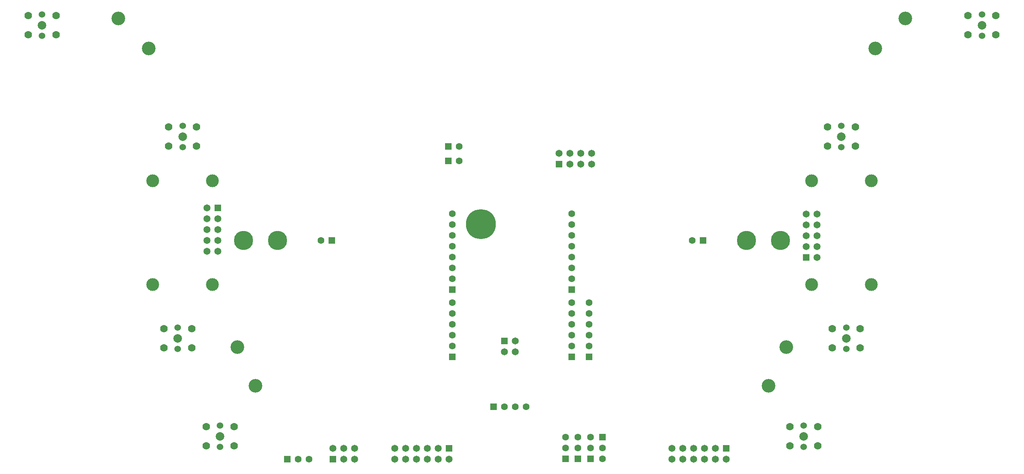
<source format=gbs>
G04*
G04 #@! TF.GenerationSoftware,Altium Limited,Altium Designer,18.1.11 (251)*
G04*
G04 Layer_Color=16711935*
%FSLAX25Y25*%
%MOIN*%
G70*
G01*
G75*
%ADD20C,0.27559*%
%ADD21C,0.06496*%
%ADD22R,0.06496X0.06496*%
%ADD23C,0.06299*%
%ADD24R,0.06299X0.06299*%
%ADD25R,0.06496X0.06496*%
%ADD26R,0.06299X0.06299*%
%ADD27C,0.07000*%
%ADD28C,0.06000*%
%ADD29C,0.17717*%
%ADD30C,0.11811*%
%ADD31C,0.12598*%
%ADD32C,0.07874*%
D20*
X453500Y290252D02*
D03*
D21*
X629500Y73500D02*
D03*
Y83500D02*
D03*
X649500Y73500D02*
D03*
Y83500D02*
D03*
X659500Y73500D02*
D03*
Y83500D02*
D03*
X679500Y73500D02*
D03*
X669500Y83500D02*
D03*
Y73500D02*
D03*
X639500Y83500D02*
D03*
Y73500D02*
D03*
X374000D02*
D03*
Y83500D02*
D03*
X394000Y73500D02*
D03*
Y83500D02*
D03*
X404000Y73500D02*
D03*
Y83500D02*
D03*
X424000Y73500D02*
D03*
X414000Y83500D02*
D03*
Y73500D02*
D03*
X384000Y83500D02*
D03*
Y73500D02*
D03*
X484993Y172543D02*
D03*
X474993D02*
D03*
X484993Y182543D02*
D03*
X535500Y355500D02*
D03*
Y345500D02*
D03*
X525500Y355500D02*
D03*
X545500Y345500D02*
D03*
Y355500D02*
D03*
X555500Y345500D02*
D03*
Y355500D02*
D03*
X762912Y299421D02*
D03*
X752912D02*
D03*
X762912Y269421D02*
D03*
X752912D02*
D03*
X762912Y259421D02*
D03*
X752912Y279421D02*
D03*
X762912D02*
D03*
X752912Y289421D02*
D03*
X762912D02*
D03*
X201089Y265329D02*
D03*
X211089D02*
D03*
X201089Y295329D02*
D03*
X211089D02*
D03*
X201089Y305329D02*
D03*
X211089Y285329D02*
D03*
X201089D02*
D03*
X211089Y275329D02*
D03*
X201089D02*
D03*
X327000Y83500D02*
D03*
Y73500D02*
D03*
X317000Y83500D02*
D03*
X337000Y73500D02*
D03*
Y83500D02*
D03*
D22*
X679500D02*
D03*
X424000D02*
D03*
X525500Y345500D02*
D03*
X317000Y73500D02*
D03*
D23*
X495000Y122000D02*
D03*
X475000D02*
D03*
X485000D02*
D03*
X554212Y93821D02*
D03*
Y83821D02*
D03*
X542712Y93821D02*
D03*
Y83821D02*
D03*
X531212Y93821D02*
D03*
Y83821D02*
D03*
X433500Y348500D02*
D03*
Y362000D02*
D03*
X553000Y218000D02*
D03*
Y198000D02*
D03*
Y178000D02*
D03*
Y188000D02*
D03*
Y208000D02*
D03*
X537000Y300000D02*
D03*
Y280000D02*
D03*
Y260000D02*
D03*
Y240000D02*
D03*
Y250000D02*
D03*
Y270000D02*
D03*
Y290000D02*
D03*
X427000Y300000D02*
D03*
Y280000D02*
D03*
Y260000D02*
D03*
Y240000D02*
D03*
Y250000D02*
D03*
Y270000D02*
D03*
Y290000D02*
D03*
Y218000D02*
D03*
Y198000D02*
D03*
Y178000D02*
D03*
Y188000D02*
D03*
Y208000D02*
D03*
X537000Y218000D02*
D03*
Y198000D02*
D03*
Y178000D02*
D03*
Y188000D02*
D03*
Y208000D02*
D03*
X565212Y73799D02*
D03*
Y83799D02*
D03*
X295000Y73500D02*
D03*
X285000D02*
D03*
X306103Y275332D02*
D03*
X647897D02*
D03*
D24*
X465000Y122000D02*
D03*
X423500Y348500D02*
D03*
Y362000D02*
D03*
X275000Y73500D02*
D03*
X316103Y275332D02*
D03*
X657897D02*
D03*
D25*
X474993Y182543D02*
D03*
X752912Y259421D02*
D03*
X211089Y305329D02*
D03*
D26*
X554212Y73821D02*
D03*
X542712D02*
D03*
X531212D02*
D03*
X553000Y168000D02*
D03*
X537000Y230000D02*
D03*
X427000D02*
D03*
Y168000D02*
D03*
X537000D02*
D03*
X565212Y93799D02*
D03*
D27*
X763660Y85793D02*
D03*
X738069D02*
D03*
X763660Y103510D02*
D03*
X738069D02*
D03*
X225931Y85793D02*
D03*
X200340D02*
D03*
X225931Y103510D02*
D03*
X200340D02*
D03*
X802707Y176117D02*
D03*
X777116D02*
D03*
X802707Y193834D02*
D03*
X777116D02*
D03*
X186884Y176117D02*
D03*
X161294D02*
D03*
X186884Y193834D02*
D03*
X161294D02*
D03*
X798236Y362095D02*
D03*
X772646D02*
D03*
X798236Y379812D02*
D03*
X772646D02*
D03*
X191355Y362095D02*
D03*
X165764D02*
D03*
X191355Y379812D02*
D03*
X165764D02*
D03*
X927670Y464707D02*
D03*
X902079D02*
D03*
X927670Y482423D02*
D03*
X902079Y482423D02*
D03*
X61921Y464707D02*
D03*
X36330D02*
D03*
X61921Y482423D02*
D03*
X36330Y482423D02*
D03*
D28*
X750865Y84809D02*
D03*
Y104494D02*
D03*
X213136Y84809D02*
D03*
Y104494D02*
D03*
X789911Y175133D02*
D03*
Y194818D02*
D03*
X174089Y175133D02*
D03*
Y194818D02*
D03*
X785441Y361111D02*
D03*
Y380796D02*
D03*
X178559Y361111D02*
D03*
Y380796D02*
D03*
X914875Y463722D02*
D03*
Y483407D02*
D03*
X49126Y463722D02*
D03*
Y483407D02*
D03*
D29*
X697897Y275332D02*
D03*
X729393D02*
D03*
X234607D02*
D03*
X266103D02*
D03*
D30*
X757912Y330329D02*
D03*
X150971D02*
D03*
X206089Y234421D02*
D03*
X813030D02*
D03*
Y330329D02*
D03*
X206089D02*
D03*
X150971Y234421D02*
D03*
X757912D02*
D03*
D31*
X734859Y176815D02*
D03*
X816646Y452157D02*
D03*
X147354D02*
D03*
X229141Y176815D02*
D03*
X718221Y141134D02*
D03*
X844485Y479996D02*
D03*
X119516D02*
D03*
X245780Y141134D02*
D03*
D32*
X914875Y473565D02*
D03*
X213136Y94651D02*
D03*
X49126Y473565D02*
D03*
X750865Y94651D02*
D03*
X785441Y370954D02*
D03*
X174089Y184975D02*
D03*
X178559Y370954D02*
D03*
X789911Y184975D02*
D03*
M02*

</source>
